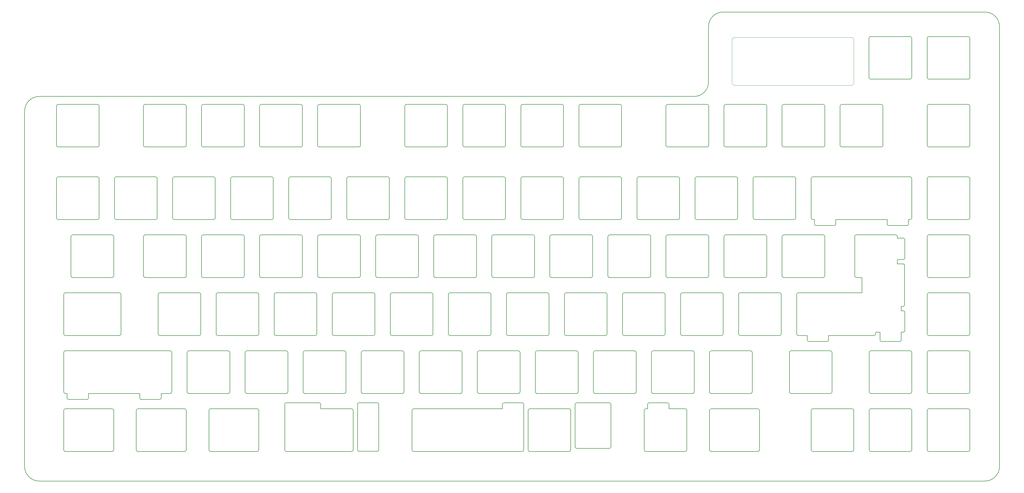
<source format=gm1>
G04 #@! TF.GenerationSoftware,KiCad,Pcbnew,7.0.2-0*
G04 #@! TF.CreationDate,2023-09-13T20:41:23+02:00*
G04 #@! TF.ProjectId,storre_plate,73746f72-7265-45f7-906c-6174652e6b69,rev?*
G04 #@! TF.SameCoordinates,Original*
G04 #@! TF.FileFunction,Profile,NP*
%FSLAX46Y46*%
G04 Gerber Fmt 4.6, Leading zero omitted, Abs format (unit mm)*
G04 Created by KiCad (PCBNEW 7.0.2-0) date 2023-09-13 20:41:23*
%MOMM*%
%LPD*%
G01*
G04 APERTURE LIST*
G04 #@! TA.AperFunction,Profile*
%ADD10C,0.200000*%
G04 #@! TD*
G04 #@! TA.AperFunction,Profile*
%ADD11C,0.050000*%
G04 #@! TD*
G04 #@! TA.AperFunction,Profile*
%ADD12C,0.150000*%
G04 #@! TD*
G04 APERTURE END LIST*
D10*
X297926400Y-85981100D02*
G75*
G03*
X298426400Y-85481100I0J500000D01*
G01*
X198701400Y-104531100D02*
G75*
G03*
X199201400Y-105031100I500100J100D01*
G01*
X270638900Y-148181100D02*
G75*
G03*
X270138900Y-148681100I0J-500000D01*
G01*
X236513900Y-110581100D02*
X236513900Y-123581100D01*
X279663900Y-123581100D02*
G75*
G03*
X280163900Y-124081100I500100J100D01*
G01*
X316976400Y-162181100D02*
G75*
G03*
X317476400Y-161681100I0J500000D01*
G01*
X296832650Y-129131100D02*
X309832650Y-129131100D01*
X341576400Y-123581100D02*
G75*
G03*
X342076400Y-124081100I500100J100D01*
G01*
X174101400Y-105031100D02*
G75*
G03*
X174601400Y-104531100I0J500000D01*
G01*
X255063900Y-124081100D02*
G75*
G03*
X255563900Y-123581100I0J500000D01*
G01*
X170626400Y-48168600D02*
X183626400Y-48168600D01*
X298718000Y-123570800D02*
G75*
G03*
X299217950Y-124070800I500000J0D01*
G01*
X333649200Y-114545800D02*
G75*
G03*
X334149200Y-114045800I0J500000D01*
G01*
X259826400Y-85981100D02*
G75*
G03*
X260326400Y-85481100I0J500000D01*
G01*
X161108150Y-146181100D02*
X155108150Y-146181100D01*
X218251400Y-105031100D02*
X231251400Y-105031100D01*
X123001400Y-91031100D02*
X136001400Y-91031100D01*
D11*
X316740200Y-26172500D02*
X278490200Y-26172500D01*
D10*
X328939400Y-87981100D02*
X334939400Y-87981100D01*
X122501400Y-61668600D02*
G75*
G03*
X123001400Y-62168600I500000J0D01*
G01*
X296332700Y-142631100D02*
G75*
G03*
X296832650Y-143131100I500100J100D01*
G01*
X184413900Y-123581100D02*
G75*
G03*
X184913900Y-124081100I500100J100D01*
G01*
X193151400Y-105031100D02*
G75*
G03*
X193651400Y-104531100I0J500000D01*
G01*
X334244900Y-92607800D02*
G75*
G03*
X333744836Y-92107800I-500100J-100D01*
G01*
X69326400Y-85981100D02*
G75*
G03*
X69826400Y-85481100I0J500000D01*
G01*
X326501400Y-62168600D02*
G75*
G03*
X327001400Y-61668600I0J500000D01*
G01*
X140763900Y-124081100D02*
G75*
G03*
X141263900Y-123581100I0J500000D01*
G01*
X309186200Y-124070800D02*
X309186200Y-125570800D01*
X136501400Y-48668600D02*
G75*
G03*
X136001400Y-48168600I-500000J0D01*
G01*
X56326400Y-71981100D02*
G75*
G03*
X55826400Y-72481100I0J-500000D01*
G01*
X355076400Y-162181100D02*
G75*
G03*
X355576400Y-161681100I0J500000D01*
G01*
X113476400Y-71981100D02*
G75*
G03*
X112976400Y-72481100I0J-500000D01*
G01*
X226988900Y-129631100D02*
X226988900Y-142631100D01*
X151576400Y-85981100D02*
X164576400Y-85981100D01*
X275401400Y-48168600D02*
X288401400Y-48168600D01*
X141551400Y-61668600D02*
G75*
G03*
X142051400Y-62168600I500000J0D01*
G01*
X112688900Y-129631100D02*
G75*
G03*
X112188900Y-129131100I-500000J0D01*
G01*
X303476400Y-161681100D02*
G75*
G03*
X303976400Y-162181100I500100J100D01*
G01*
X56326400Y-48168600D02*
X69326400Y-48168600D01*
X342076400Y-110081100D02*
X355076400Y-110081100D01*
X117451400Y-48668600D02*
X117451400Y-61668600D01*
X303476400Y-85481100D02*
G75*
G03*
X303976400Y-85981100I500100J100D01*
G01*
X211107650Y-148181050D02*
G75*
G03*
X210607650Y-148681100I50J-500050D01*
G01*
X309832650Y-143131150D02*
G75*
G03*
X310332650Y-142631100I-50J500050D01*
G01*
X303976400Y-162181100D02*
X316976400Y-162181100D01*
X60588900Y-104531100D02*
G75*
G03*
X61088900Y-105031100I500000J0D01*
G01*
X304563400Y-85981100D02*
X304563400Y-87481100D01*
X231751400Y-91531100D02*
G75*
G03*
X231251400Y-91031100I-500100J-100D01*
G01*
X294451400Y-48168600D02*
G75*
G03*
X293951400Y-48668600I0J-500000D01*
G01*
D12*
X50139400Y-45567400D02*
X265014400Y-45567400D01*
D10*
X89163900Y-123581100D02*
G75*
G03*
X89663900Y-124081100I500000J0D01*
G01*
X82520150Y-148181100D02*
X97901400Y-148181100D01*
X336462800Y-26397500D02*
X336462800Y-39397500D01*
X151576400Y-71981100D02*
X164576400Y-71981100D01*
X55826400Y-85481100D02*
G75*
G03*
X56326400Y-85981100I500000J0D01*
G01*
X274613900Y-110581100D02*
G75*
G03*
X274113900Y-110081100I-500100J-100D01*
G01*
X58203600Y-110581100D02*
X58203600Y-123581100D01*
X241276400Y-72481100D02*
G75*
G03*
X240776400Y-71981100I-500100J-100D01*
G01*
X194438900Y-143131100D02*
X207438900Y-143131100D01*
X184413900Y-110581100D02*
X184413900Y-123581100D01*
X207938900Y-129631100D02*
X207938900Y-142631100D01*
X250301400Y-105031100D02*
G75*
G03*
X250801400Y-104531100I0J500000D01*
G01*
X274901400Y-91531100D02*
X274901400Y-104531100D01*
X217751400Y-104531100D02*
G75*
G03*
X218251400Y-105031100I500100J100D01*
G01*
X173007650Y-162181100D02*
X208669650Y-162181100D01*
X127263900Y-110581100D02*
X127263900Y-123581100D01*
X165863900Y-110081100D02*
X178863900Y-110081100D01*
X89163900Y-110581100D02*
X89163900Y-123581100D01*
X212201400Y-105031100D02*
G75*
G03*
X212701400Y-104531100I0J500000D01*
G01*
X275401400Y-91031100D02*
X288401400Y-91031100D01*
X255563900Y-110581100D02*
G75*
G03*
X255063900Y-110081100I-500100J-100D01*
G01*
X324124200Y-124070800D02*
G75*
G03*
X324624200Y-123570800I0J500000D01*
G01*
X98401400Y-148681100D02*
X98401400Y-161681100D01*
X294451400Y-62168600D02*
X307451400Y-62168600D01*
X310332650Y-129631100D02*
X310332650Y-142631100D01*
X237270150Y-161181100D02*
X226545650Y-161181100D01*
X250801400Y-91531100D02*
G75*
G03*
X250301400Y-91031100I-500100J-100D01*
G01*
X250801400Y-91531100D02*
X250801400Y-104531100D01*
X227276400Y-85481100D02*
G75*
G03*
X227776400Y-85981100I500100J100D01*
G01*
X97901400Y-105031100D02*
G75*
G03*
X98401400Y-104531100I0J500000D01*
G01*
X58703600Y-110081100D02*
X76470150Y-110081100D01*
X342076400Y-162181100D02*
X355076400Y-162181100D01*
X288901400Y-48668600D02*
G75*
G03*
X288401400Y-48168600I-500100J-100D01*
G01*
X69826400Y-72481100D02*
X69826400Y-85481100D01*
D11*
X277490200Y-40922500D02*
G75*
G03*
X278490200Y-41922500I1000000J0D01*
G01*
D10*
X150288900Y-143131100D02*
G75*
G03*
X150788900Y-142631100I0J500000D01*
G01*
X256351400Y-91031100D02*
G75*
G03*
X255851400Y-91531100I0J-500000D01*
G01*
X322526400Y-161681100D02*
G75*
G03*
X323026400Y-162181100I500100J100D01*
G01*
X336526400Y-148681100D02*
X336526400Y-161681100D01*
X173007650Y-148181100D02*
X202169650Y-148181100D01*
X130732100Y-161681100D02*
G75*
G03*
X131232150Y-162181100I500100J100D01*
G01*
X146313900Y-123581100D02*
G75*
G03*
X146813900Y-124081100I500000J0D01*
G01*
X152670150Y-162181050D02*
G75*
G03*
X153170150Y-161681100I50J499950D01*
G01*
X303476400Y-148681100D02*
X303476400Y-161681100D01*
X84401400Y-48668600D02*
X84401400Y-61668600D01*
X355576400Y-91531100D02*
G75*
G03*
X355076400Y-91031100I-500100J-100D01*
G01*
X307951400Y-48668600D02*
X307951400Y-61668600D01*
X99188900Y-143131100D02*
X112188900Y-143131100D01*
X93926400Y-72481100D02*
X93926400Y-85481100D01*
X58203600Y-123581100D02*
G75*
G03*
X58703600Y-124081100I500000J0D01*
G01*
X180151400Y-105031100D02*
X193151400Y-105031100D01*
X336026400Y-143131100D02*
G75*
G03*
X336526400Y-142631100I0J500000D01*
G01*
X255563900Y-110581100D02*
X255563900Y-123581100D01*
X322526400Y-148681100D02*
X322526400Y-161681100D01*
X318267950Y-105020800D02*
X320149200Y-105020800D01*
X307951400Y-91531100D02*
G75*
G03*
X307451400Y-91031100I-500100J-100D01*
G01*
X333062200Y-122983800D02*
X333062200Y-125570800D01*
X89663900Y-110081100D02*
X102663900Y-110081100D01*
X279376400Y-72481100D02*
X279376400Y-85481100D01*
X293951400Y-61668600D02*
G75*
G03*
X294451400Y-62168600I500100J100D01*
G01*
X286520150Y-148681100D02*
X286520150Y-161681100D01*
X242063900Y-110081100D02*
G75*
G03*
X241563900Y-110581100I0J-500000D01*
G01*
X172507650Y-148681100D02*
X172507650Y-161681100D01*
X146813900Y-110081100D02*
G75*
G03*
X146313900Y-110581100I0J-500000D01*
G01*
X237270150Y-161181150D02*
G75*
G03*
X237770150Y-160681100I-50J500050D01*
G01*
X270138900Y-129631100D02*
X270138900Y-142631100D01*
X341576400Y-48668600D02*
X341576400Y-61668600D01*
X150788900Y-129631100D02*
X150788900Y-142631100D01*
X56326400Y-48168600D02*
G75*
G03*
X55826400Y-48668600I0J-500000D01*
G01*
X255851400Y-48668600D02*
X255851400Y-61668600D01*
X203176400Y-48668600D02*
G75*
G03*
X202676400Y-48168600I-500100J-100D01*
G01*
D12*
X269789400Y-40792400D02*
X269789400Y-22595500D01*
D10*
X55826400Y-61668600D02*
G75*
G03*
X56326400Y-62168600I500000J0D01*
G01*
X58207700Y-161681100D02*
G75*
G03*
X58707650Y-162181100I500000J0D01*
G01*
X336526400Y-148681100D02*
G75*
G03*
X336026400Y-148181100I-500100J-100D01*
G01*
X99188900Y-129131100D02*
G75*
G03*
X98688900Y-129631100I0J-500000D01*
G01*
X211107650Y-162181100D02*
X224107650Y-162181100D01*
X303976400Y-148181100D02*
G75*
G03*
X303476400Y-148681100I0J-500000D01*
G01*
X223013900Y-124081100D02*
X236013900Y-124081100D01*
X342076400Y-71981100D02*
G75*
G03*
X341576400Y-72481100I0J-500000D01*
G01*
X208726400Y-62168600D02*
X221726400Y-62168600D01*
X323026400Y-148181100D02*
G75*
G03*
X322526400Y-148681100I0J-500000D01*
G01*
X212701400Y-91531100D02*
G75*
G03*
X212201400Y-91031100I-500100J-100D01*
G01*
X218251400Y-91031100D02*
X231251400Y-91031100D01*
X132026400Y-72481100D02*
X132026400Y-85481100D01*
X203176400Y-72481100D02*
G75*
G03*
X202676400Y-71981100I-500100J-100D01*
G01*
X89670650Y-145131050D02*
G75*
G03*
X90170650Y-144631100I50J499950D01*
G01*
X256351400Y-91031100D02*
X269351400Y-91031100D01*
X88876400Y-72481100D02*
G75*
G03*
X88376400Y-71981100I-500000J0D01*
G01*
X232538900Y-129131100D02*
G75*
G03*
X232038900Y-129631100I0J-500000D01*
G01*
X270638900Y-148181100D02*
X286020150Y-148181100D01*
X336526400Y-129631100D02*
G75*
G03*
X336026400Y-129131100I-500100J-100D01*
G01*
X217463900Y-110581100D02*
X217463900Y-123581100D01*
X136001400Y-62168600D02*
G75*
G03*
X136501400Y-61668600I0J500000D01*
G01*
X231751400Y-91531100D02*
X231751400Y-104531100D01*
X212988900Y-142631100D02*
G75*
G03*
X213488900Y-143131100I500100J100D01*
G01*
X184913900Y-110081100D02*
G75*
G03*
X184413900Y-110581100I0J-500000D01*
G01*
X265376400Y-85481100D02*
G75*
G03*
X265876400Y-85981100I500100J100D01*
G01*
X165076400Y-72481100D02*
G75*
G03*
X164576400Y-71981100I-500000J0D01*
G01*
X82520150Y-162181100D02*
X97901400Y-162181100D01*
X183626400Y-62168600D02*
G75*
G03*
X184126400Y-61668600I0J500000D01*
G01*
X336026400Y-85981100D02*
G75*
G03*
X336526400Y-85481100I0J500000D01*
G01*
X169838900Y-129631100D02*
X169838900Y-142631100D01*
X294451400Y-91031100D02*
G75*
G03*
X293951400Y-91531100I0J-500000D01*
G01*
X334250800Y-116483800D02*
X334250800Y-122483800D01*
X156338900Y-129131100D02*
X169338900Y-129131100D01*
X226488900Y-143131100D02*
G75*
G03*
X226988900Y-142631100I0J500000D01*
G01*
X255851400Y-104531100D02*
G75*
G03*
X256351400Y-105031100I500100J100D01*
G01*
X197913900Y-124081100D02*
G75*
G03*
X198413900Y-123581100I0J500000D01*
G01*
X274113900Y-124081100D02*
G75*
G03*
X274613900Y-123581100I0J500000D01*
G01*
X298426400Y-72481100D02*
G75*
G03*
X297926400Y-71981100I-500100J-100D01*
G01*
X58707650Y-162181100D02*
X74088900Y-162181100D01*
X170626400Y-62168600D02*
X183626400Y-62168600D01*
X117451400Y-48668600D02*
G75*
G03*
X116951400Y-48168600I-500000J0D01*
G01*
X222513900Y-110581100D02*
X222513900Y-123581100D01*
X189176400Y-85481100D02*
G75*
G03*
X189676400Y-85981100I500100J100D01*
G01*
X303976400Y-85981100D02*
X304563400Y-85981100D01*
X179651400Y-104531100D02*
G75*
G03*
X180151400Y-105031100I500000J0D01*
G01*
X211107650Y-148181100D02*
X224107650Y-148181100D01*
X336526400Y-72481100D02*
X336526400Y-85481100D01*
X237770150Y-160681100D02*
X237770150Y-146681100D01*
X69826400Y-48668600D02*
X69826400Y-61668600D01*
X84901400Y-91031100D02*
G75*
G03*
X84401400Y-91531100I0J-500000D01*
G01*
X208726400Y-48168600D02*
G75*
G03*
X208226400Y-48668600I0J-500000D01*
G01*
X137288900Y-129131100D02*
X150288900Y-129131100D01*
X142026400Y-146181100D02*
X131232150Y-146181100D01*
X122213900Y-110581100D02*
G75*
G03*
X121713900Y-110081100I-500000J0D01*
G01*
X156338900Y-143131100D02*
X169338900Y-143131100D01*
X342076400Y-148181100D02*
X355076400Y-148181100D01*
X299217950Y-110070750D02*
G75*
G03*
X298717950Y-110570800I50J-500050D01*
G01*
X342076400Y-105031100D02*
X355076400Y-105031100D01*
X313501400Y-62168600D02*
X326501400Y-62168600D01*
X123001400Y-105031100D02*
X136001400Y-105031100D01*
X284138900Y-129631100D02*
G75*
G03*
X283638900Y-129131100I-500100J-100D01*
G01*
X341576400Y-26397500D02*
X341576400Y-39397500D01*
X280163900Y-124081100D02*
X293163900Y-124081100D01*
X278876400Y-85981100D02*
G75*
G03*
X279376400Y-85481100I0J500000D01*
G01*
X303476400Y-72481100D02*
X303476400Y-85481100D01*
X155838900Y-129631100D02*
X155838900Y-142631100D01*
X260613900Y-110581100D02*
X260613900Y-123581100D01*
X333750800Y-122983800D02*
G75*
G03*
X334250800Y-122483800I0J500000D01*
G01*
X112976400Y-72481100D02*
X112976400Y-85481100D01*
X193651400Y-91531100D02*
X193651400Y-104531100D01*
X275401400Y-62168600D02*
X288401400Y-62168600D01*
X280163900Y-110081100D02*
X293163900Y-110081100D01*
X141263900Y-110581100D02*
G75*
G03*
X140763900Y-110081100I-500000J0D01*
G01*
X179363900Y-110581100D02*
G75*
G03*
X178863900Y-110081100I-500000J0D01*
G01*
X207438900Y-143131100D02*
G75*
G03*
X207938900Y-142631100I0J500000D01*
G01*
X342076400Y-48168600D02*
G75*
G03*
X341576400Y-48668600I0J-500000D01*
G01*
X56326400Y-85981100D02*
X69326400Y-85981100D01*
X262707600Y-148681100D02*
G75*
G03*
X262207650Y-148181100I-500100J-100D01*
G01*
X193938900Y-129631100D02*
X193938900Y-142631100D01*
X274901400Y-48668600D02*
X274901400Y-61668600D01*
X355576400Y-48668600D02*
X355576400Y-61668600D01*
X112976400Y-85481100D02*
G75*
G03*
X113476400Y-85981100I500000J0D01*
G01*
X198701400Y-91531100D02*
X198701400Y-104531100D01*
X107426400Y-85981100D02*
G75*
G03*
X107926400Y-85481100I0J500000D01*
G01*
X118238900Y-129131100D02*
G75*
G03*
X117738900Y-129631100I0J-500000D01*
G01*
X155551400Y-91531100D02*
G75*
G03*
X155051400Y-91031100I-500000J0D01*
G01*
X274613900Y-110581100D02*
X274613900Y-123581100D01*
X326062200Y-122983800D02*
X324624200Y-122983800D01*
X269851400Y-48668600D02*
X269851400Y-61668600D01*
X184126400Y-48668600D02*
X184126400Y-61668600D01*
X342076400Y-48168600D02*
X355076400Y-48168600D01*
X212988900Y-129631100D02*
X212988900Y-142631100D01*
X136501400Y-91531100D02*
X136501400Y-104531100D01*
X160601400Y-91531100D02*
X160601400Y-104531100D01*
D12*
X360514400Y-17820500D02*
X274564400Y-17820500D01*
D10*
X184126400Y-72481100D02*
X184126400Y-85481100D01*
X342076400Y-91031100D02*
X355076400Y-91031100D01*
X355576400Y-148681100D02*
G75*
G03*
X355076400Y-148181100I-500100J-100D01*
G01*
X98401400Y-48668600D02*
X98401400Y-61668600D01*
X69326400Y-62168600D02*
G75*
G03*
X69826400Y-61668600I0J500000D01*
G01*
X161101400Y-91031100D02*
G75*
G03*
X160601400Y-91531100I0J-500000D01*
G01*
X246326400Y-72481100D02*
X246326400Y-85481100D01*
X103951400Y-91031100D02*
X116951400Y-91031100D01*
X75376400Y-71981100D02*
X88376400Y-71981100D01*
X355076400Y-39897500D02*
G75*
G03*
X355576400Y-39397500I0J500000D01*
G01*
X89663900Y-124081100D02*
X102663900Y-124081100D01*
X61088900Y-91031100D02*
G75*
G03*
X60588900Y-91531100I0J-500000D01*
G01*
X221726400Y-85981100D02*
G75*
G03*
X222226400Y-85481100I0J500000D01*
G01*
X341576400Y-72481100D02*
X341576400Y-85481100D01*
X84401400Y-61668600D02*
G75*
G03*
X84901400Y-62168600I500000J0D01*
G01*
X161108150Y-162153450D02*
G75*
G03*
X161608150Y-161653400I-50J500050D01*
G01*
X154608200Y-161653400D02*
G75*
G03*
X155108150Y-162153400I500000J0D01*
G01*
X179651400Y-91531100D02*
X179651400Y-104531100D01*
X189176400Y-72481100D02*
X189176400Y-85481100D01*
X227776400Y-71981100D02*
X240776400Y-71981100D01*
X302686200Y-126070800D02*
X308686200Y-126070800D01*
X236513900Y-110581100D02*
G75*
G03*
X236013900Y-110081100I-500100J-100D01*
G01*
X355076400Y-105031100D02*
G75*
G03*
X355576400Y-104531100I0J500000D01*
G01*
X305063400Y-87981100D02*
X311063400Y-87981100D01*
X131238900Y-143131100D02*
G75*
G03*
X131738900Y-142631100I0J500000D01*
G01*
X335439400Y-85981100D02*
X336026400Y-85981100D01*
X65794650Y-145131050D02*
G75*
G03*
X66294650Y-144631100I50J499950D01*
G01*
X132526400Y-71981100D02*
X145526400Y-71981100D01*
D12*
X360514400Y-171907000D02*
X50139400Y-171907000D01*
D10*
X136788900Y-142631100D02*
G75*
G03*
X137288900Y-143131100I500000J0D01*
G01*
X102663900Y-124081100D02*
G75*
G03*
X103163900Y-123581100I0J500000D01*
G01*
X154608150Y-161653400D02*
X154608150Y-146681100D01*
X105832650Y-148681100D02*
X105832650Y-161681100D01*
X212701400Y-91531100D02*
X212701400Y-104531100D01*
X142051400Y-48168600D02*
X155051400Y-48168600D01*
X202169650Y-148181100D02*
X202169650Y-146681100D01*
X69826400Y-48668600D02*
G75*
G03*
X69326400Y-48168600I-500000J0D01*
G01*
X169338900Y-143131100D02*
G75*
G03*
X169838900Y-142631100I0J500000D01*
G01*
X318267950Y-91020750D02*
G75*
G03*
X317767950Y-91520800I50J-500050D01*
G01*
D12*
X45364400Y-167132000D02*
G75*
G03*
X50139400Y-171907000I4775000J0D01*
G01*
D10*
X241276400Y-72481100D02*
X241276400Y-85481100D01*
X342076400Y-129131100D02*
X355076400Y-129131100D01*
X146813900Y-110081100D02*
X159813900Y-110081100D01*
X132526400Y-71981100D02*
G75*
G03*
X132026400Y-72481100I0J-500000D01*
G01*
X284426400Y-72481100D02*
X284426400Y-85481100D01*
X293663900Y-110581100D02*
X293663900Y-123581100D01*
X265876400Y-71981100D02*
X278876400Y-71981100D01*
X355576400Y-72481100D02*
G75*
G03*
X355076400Y-71981100I-500100J-100D01*
G01*
X175388900Y-143131100D02*
X188388900Y-143131100D01*
X131738900Y-129631100D02*
X131738900Y-142631100D01*
X155051400Y-62168600D02*
G75*
G03*
X155551400Y-61668600I0J500000D01*
G01*
X142051400Y-62168600D02*
X155051400Y-62168600D01*
X146026400Y-72481100D02*
G75*
G03*
X145526400Y-71981100I-500000J0D01*
G01*
X188888900Y-129631100D02*
G75*
G03*
X188388900Y-129131100I-500100J-100D01*
G01*
X213488900Y-129131100D02*
G75*
G03*
X212988900Y-129631100I0J-500000D01*
G01*
X103451400Y-91531100D02*
X103451400Y-104531100D01*
X126976400Y-72481100D02*
G75*
G03*
X126476400Y-71981100I-500000J0D01*
G01*
X341576400Y-161681100D02*
G75*
G03*
X342076400Y-162181100I500100J100D01*
G01*
X331767950Y-91520800D02*
X331767950Y-92107800D01*
X58707650Y-129131050D02*
G75*
G03*
X58207650Y-129631100I50J-500050D01*
G01*
X236801400Y-104531100D02*
G75*
G03*
X237301400Y-105031100I500100J100D01*
G01*
X284138900Y-129631100D02*
X284138900Y-142631100D01*
D12*
X265014400Y-45567400D02*
G75*
G03*
X269789400Y-40792400I0J4775000D01*
G01*
D10*
X288901400Y-91531100D02*
G75*
G03*
X288401400Y-91031100I-500100J-100D01*
G01*
X198413900Y-110581100D02*
X198413900Y-123581100D01*
X170126400Y-85481100D02*
G75*
G03*
X170626400Y-85981100I500000J0D01*
G01*
X296832650Y-143131100D02*
X309832650Y-143131100D01*
X112688900Y-129631100D02*
X112688900Y-142631100D01*
X98688900Y-129631100D02*
X98688900Y-142631100D01*
X56326400Y-71981100D02*
X69326400Y-71981100D01*
X218251400Y-91031100D02*
G75*
G03*
X217751400Y-91531100I0J-500000D01*
G01*
X76470150Y-124081050D02*
G75*
G03*
X76970150Y-123581100I50J499950D01*
G01*
X184913900Y-110081100D02*
X197913900Y-110081100D01*
X332562200Y-126070800D02*
G75*
G03*
X333062200Y-125570800I0J500000D01*
G01*
X84401400Y-104531100D02*
G75*
G03*
X84901400Y-105031100I500000J0D01*
G01*
X199201400Y-105031100D02*
X212201400Y-105031100D01*
X161101400Y-105031100D02*
X174101400Y-105031100D01*
X88876400Y-72481100D02*
X88876400Y-85481100D01*
X174888900Y-142631100D02*
G75*
G03*
X175388900Y-143131100I500000J0D01*
G01*
X342076400Y-143131100D02*
X355076400Y-143131100D01*
X76970200Y-110581100D02*
G75*
G03*
X76470150Y-110081100I-500100J-100D01*
G01*
X55826400Y-48668600D02*
X55826400Y-61668600D01*
X142526400Y-146681100D02*
G75*
G03*
X142026400Y-146181100I-500000J0D01*
G01*
X127763900Y-110081100D02*
G75*
G03*
X127263900Y-110581100I0J-500000D01*
G01*
X322526400Y-129631100D02*
X322526400Y-142631100D01*
X323026400Y-143131100D02*
X336026400Y-143131100D01*
X341576400Y-61668600D02*
G75*
G03*
X342076400Y-62168600I500100J100D01*
G01*
X355576400Y-48668600D02*
G75*
G03*
X355076400Y-48168600I-500100J-100D01*
G01*
X265088900Y-129631100D02*
X265088900Y-142631100D01*
D11*
X317490200Y-26922500D02*
G75*
G03*
X316740200Y-26172500I-750000J0D01*
G01*
D10*
X232038900Y-142631100D02*
G75*
G03*
X232538900Y-143131100I500100J100D01*
G01*
X293163900Y-124081100D02*
G75*
G03*
X293663900Y-123581100I0J500000D01*
G01*
X188888900Y-129631100D02*
X188888900Y-142631100D01*
X84901400Y-48168600D02*
G75*
G03*
X84401400Y-48668600I0J-500000D01*
G01*
X74588900Y-148681100D02*
X74588900Y-161681100D01*
X203463900Y-123581100D02*
G75*
G03*
X203963900Y-124081100I500100J100D01*
G01*
X160313900Y-110581100D02*
G75*
G03*
X159813900Y-110081100I-500000J0D01*
G01*
X310332600Y-129631100D02*
G75*
G03*
X309832650Y-129131100I-500100J-100D01*
G01*
X307951400Y-91531100D02*
X307951400Y-104531100D01*
X327001400Y-48668600D02*
X327001400Y-61668600D01*
X108713900Y-110081100D02*
X121713900Y-110081100D01*
X84401400Y-91531100D02*
X84401400Y-104531100D01*
X184913900Y-124081100D02*
X197913900Y-124081100D01*
X307451400Y-105031100D02*
G75*
G03*
X307951400Y-104531100I0J500000D01*
G01*
X313001400Y-48668600D02*
X313001400Y-61668600D01*
X75376400Y-85981100D02*
X88376400Y-85981100D01*
X302186200Y-125570800D02*
G75*
G03*
X302686200Y-126070800I500200J200D01*
G01*
X355076400Y-85981100D02*
G75*
G03*
X355576400Y-85481100I0J500000D01*
G01*
X59794650Y-145131100D02*
X65794650Y-145131100D01*
X246038900Y-129631100D02*
X246038900Y-142631100D01*
X355576400Y-129631100D02*
X355576400Y-142631100D01*
X355576400Y-110581100D02*
G75*
G03*
X355076400Y-110081100I-500100J-100D01*
G01*
X172507600Y-161681100D02*
G75*
G03*
X173007650Y-162181100I500100J100D01*
G01*
X240776400Y-62168600D02*
G75*
G03*
X241276400Y-61668600I0J500000D01*
G01*
X103951400Y-91031100D02*
G75*
G03*
X103451400Y-91531100I0J-500000D01*
G01*
X174888900Y-129631100D02*
X174888900Y-142631100D01*
X342076400Y-62168600D02*
X355076400Y-62168600D01*
X269351400Y-62168600D02*
G75*
G03*
X269851400Y-61668600I0J500000D01*
G01*
X146813900Y-124081100D02*
X159813900Y-124081100D01*
X264588900Y-143131100D02*
G75*
G03*
X265088900Y-142631100I0J500000D01*
G01*
X255851400Y-61668600D02*
G75*
G03*
X256351400Y-62168600I500100J100D01*
G01*
X334250800Y-116483800D02*
G75*
G03*
X333750800Y-115983800I-500200J-200D01*
G01*
X303976400Y-148181100D02*
X316976400Y-148181100D01*
X156338900Y-129131100D02*
G75*
G03*
X155838900Y-129631100I0J-500000D01*
G01*
X279663900Y-110581100D02*
X279663900Y-123581100D01*
X274901400Y-104531100D02*
G75*
G03*
X275401400Y-105031100I500100J100D01*
G01*
X283638900Y-143131100D02*
G75*
G03*
X284138900Y-142631100I0J500000D01*
G01*
X275401400Y-48168600D02*
G75*
G03*
X274901400Y-48668600I0J-500000D01*
G01*
X317768000Y-104520800D02*
G75*
G03*
X318267950Y-105020800I500000J0D01*
G01*
X199201400Y-91031100D02*
G75*
G03*
X198701400Y-91531100I0J-500000D01*
G01*
D12*
X360514400Y-171907000D02*
G75*
G03*
X365289400Y-167132000I0J4775000D01*
G01*
X365289400Y-167132000D02*
X365289400Y-22595500D01*
D10*
X184126400Y-48668600D02*
G75*
G03*
X183626400Y-48168600I-500100J-100D01*
G01*
X161101400Y-91031100D02*
X174101400Y-91031100D01*
X227276400Y-61668600D02*
G75*
G03*
X227776400Y-62168600I500100J100D01*
G01*
X317476400Y-148681100D02*
G75*
G03*
X316976400Y-148181100I-500100J-100D01*
G01*
X123001400Y-91031100D02*
G75*
G03*
X122501400Y-91531100I0J-500000D01*
G01*
X227776400Y-48168600D02*
G75*
G03*
X227276400Y-48668600I0J-500000D01*
G01*
X240776400Y-85981100D02*
G75*
G03*
X241276400Y-85481100I0J500000D01*
G01*
X58707650Y-148181050D02*
G75*
G03*
X58207650Y-148681100I50J-500050D01*
G01*
X296332650Y-129631100D02*
X296332650Y-142631100D01*
X179363900Y-110581100D02*
X179363900Y-123581100D01*
X203963900Y-110081100D02*
G75*
G03*
X203463900Y-110581100I0J-500000D01*
G01*
X150788900Y-129631100D02*
G75*
G03*
X150288900Y-129131100I-500000J0D01*
G01*
X265376400Y-72481100D02*
X265376400Y-85481100D01*
X55826400Y-72481100D02*
X55826400Y-85481100D01*
X146026400Y-72481100D02*
X146026400Y-85481100D01*
X322462800Y-39397500D02*
G75*
G03*
X322962800Y-39897500I500100J100D01*
G01*
X221726400Y-62168600D02*
G75*
G03*
X222226400Y-61668600I0J500000D01*
G01*
X323026400Y-129131100D02*
G75*
G03*
X322526400Y-129631100I0J-500000D01*
G01*
X333750800Y-115983800D02*
X333062200Y-115983800D01*
X165363900Y-110581100D02*
X165363900Y-123581100D01*
X174601400Y-91531100D02*
G75*
G03*
X174101400Y-91031100I-500000J0D01*
G01*
X170126400Y-48668600D02*
X170126400Y-61668600D01*
X231251400Y-105031100D02*
G75*
G03*
X231751400Y-104531100I0J500000D01*
G01*
X269851400Y-48668600D02*
G75*
G03*
X269351400Y-48168600I-500100J-100D01*
G01*
X251088900Y-129631100D02*
X251088900Y-142631100D01*
X275401400Y-105031100D02*
X288401400Y-105031100D01*
X298717950Y-110570800D02*
X298717950Y-123570800D01*
X107926400Y-72481100D02*
G75*
G03*
X107426400Y-71981100I-500000J0D01*
G01*
X106332650Y-148181100D02*
X121713900Y-148181100D01*
X141551400Y-48668600D02*
X141551400Y-61668600D01*
X222226400Y-48668600D02*
G75*
G03*
X221726400Y-48168600I-500100J-100D01*
G01*
X333744836Y-99107836D02*
G75*
G03*
X334244836Y-98607800I64J499936D01*
G01*
X136788900Y-129631100D02*
X136788900Y-142631100D01*
X261113900Y-110081100D02*
G75*
G03*
X260613900Y-110581100I0J-500000D01*
G01*
X294451400Y-91031100D02*
X307451400Y-91031100D01*
X198413900Y-110581100D02*
G75*
G03*
X197913900Y-110081100I-500100J-100D01*
G01*
X58707650Y-143131100D02*
X59294650Y-143131100D01*
X341576400Y-85481100D02*
G75*
G03*
X342076400Y-85981100I500100J100D01*
G01*
X265876400Y-85981100D02*
X278876400Y-85981100D01*
X66294650Y-143131100D02*
X66294650Y-144631100D01*
X170126400Y-72481100D02*
X170126400Y-85481100D01*
X246038900Y-129631100D02*
G75*
G03*
X245538900Y-129131100I-500100J-100D01*
G01*
X141551400Y-91531100D02*
X141551400Y-104531100D01*
X103951400Y-48168600D02*
X116951400Y-48168600D01*
X203176400Y-72481100D02*
X203176400Y-85481100D01*
X122501400Y-48668600D02*
X122501400Y-61668600D01*
X183626400Y-85981100D02*
G75*
G03*
X184126400Y-85481100I0J500000D01*
G01*
X121713900Y-162181100D02*
G75*
G03*
X122213900Y-161681100I0J500000D01*
G01*
X170626400Y-85981100D02*
X183626400Y-85981100D01*
X293951400Y-104531100D02*
G75*
G03*
X294451400Y-105031100I500100J100D01*
G01*
X66294650Y-143131100D02*
X83170650Y-143131100D01*
X227776400Y-48168600D02*
X240776400Y-48168600D01*
X294451400Y-105031100D02*
X307451400Y-105031100D01*
X302186200Y-124070800D02*
X302186200Y-125570800D01*
X122501400Y-104531100D02*
G75*
G03*
X123001400Y-105031100I500000J0D01*
G01*
X222513900Y-123581100D02*
G75*
G03*
X223013900Y-124081100I500100J100D01*
G01*
X210607650Y-148681100D02*
X210607650Y-161681100D01*
X142051400Y-91031100D02*
G75*
G03*
X141551400Y-91531100I0J-500000D01*
G01*
X189176400Y-61668600D02*
G75*
G03*
X189676400Y-62168600I500100J100D01*
G01*
X342076400Y-110081100D02*
G75*
G03*
X341576400Y-110581100I0J-500000D01*
G01*
X208226400Y-61668600D02*
G75*
G03*
X208726400Y-62168600I500100J100D01*
G01*
X333750800Y-122983800D02*
X333062200Y-122983800D01*
X246326400Y-85481100D02*
G75*
G03*
X246826400Y-85981100I500100J100D01*
G01*
X251588900Y-143131100D02*
X264588900Y-143131100D01*
X270638900Y-129131100D02*
G75*
G03*
X270138900Y-129631100I0J-500000D01*
G01*
X241276400Y-48668600D02*
G75*
G03*
X240776400Y-48168600I-500100J-100D01*
G01*
X105832600Y-161681100D02*
G75*
G03*
X106332650Y-162181100I500100J100D01*
G01*
X326062200Y-122983800D02*
X326062200Y-125570800D01*
X117451400Y-91531100D02*
G75*
G03*
X116951400Y-91031100I-500000J0D01*
G01*
X203963900Y-110081100D02*
X216963900Y-110081100D01*
X269851400Y-91531100D02*
X269851400Y-104531100D01*
X250326400Y-146181100D02*
G75*
G03*
X249826400Y-146681100I0J-500000D01*
G01*
X256326400Y-146181100D02*
X250326400Y-146181100D01*
X174601400Y-91531100D02*
X174601400Y-104531100D01*
X255851400Y-91531100D02*
X255851400Y-104531100D01*
X126976400Y-72481100D02*
X126976400Y-85481100D01*
D12*
X365289400Y-22595500D02*
G75*
G03*
X360514400Y-17820500I-4775000J0D01*
G01*
D10*
X227776400Y-71981100D02*
G75*
G03*
X227276400Y-72481100I0J-500000D01*
G01*
X59294700Y-144631100D02*
G75*
G03*
X59794650Y-145131100I500000J0D01*
G01*
X288401400Y-62168600D02*
G75*
G03*
X288901400Y-61668600I0J500000D01*
G01*
X303976400Y-71981100D02*
G75*
G03*
X303476400Y-72481100I0J-500000D01*
G01*
X286020150Y-162181150D02*
G75*
G03*
X286520150Y-161681100I-50J500050D01*
G01*
X307451400Y-62168600D02*
G75*
G03*
X307951400Y-61668600I0J500000D01*
G01*
X97901400Y-62168600D02*
G75*
G03*
X98401400Y-61668600I0J500000D01*
G01*
X227776400Y-62168600D02*
X240776400Y-62168600D01*
X136001400Y-105031100D02*
G75*
G03*
X136501400Y-104531100I0J500000D01*
G01*
X160601400Y-104531100D02*
G75*
G03*
X161101400Y-105031100I500000J0D01*
G01*
X59294650Y-143131100D02*
X59294650Y-144631100D01*
X336526400Y-72481100D02*
G75*
G03*
X336026400Y-71981100I-500100J-100D01*
G01*
X322962800Y-25897500D02*
X335962800Y-25897500D01*
X188388900Y-143131100D02*
G75*
G03*
X188888900Y-142631100I0J500000D01*
G01*
X175388900Y-129131100D02*
X188388900Y-129131100D01*
X224607600Y-148681100D02*
G75*
G03*
X224107650Y-148181100I-500100J-100D01*
G01*
D11*
X278490200Y-41922500D02*
X316740200Y-41922500D01*
D10*
X103163900Y-110581100D02*
G75*
G03*
X102663900Y-110081100I-500000J0D01*
G01*
X270138900Y-142631100D02*
G75*
G03*
X270638900Y-143131100I500100J100D01*
G01*
X326062200Y-125570800D02*
G75*
G03*
X326562200Y-126070800I500200J200D01*
G01*
X184126400Y-72481100D02*
G75*
G03*
X183626400Y-71981100I-500100J-100D01*
G01*
X208726400Y-71981100D02*
X221726400Y-71981100D01*
X175388900Y-129131100D02*
G75*
G03*
X174888900Y-129631100I0J-500000D01*
G01*
X107926400Y-72481100D02*
X107926400Y-85481100D01*
X241276400Y-48668600D02*
X241276400Y-61668600D01*
X132526400Y-85981100D02*
X145526400Y-85981100D01*
X323026400Y-129131100D02*
X336026400Y-129131100D01*
X84901400Y-91031100D02*
X97901400Y-91031100D01*
X74588900Y-91531100D02*
G75*
G03*
X74088900Y-91031100I-500000J0D01*
G01*
X270638900Y-129131100D02*
X283638900Y-129131100D01*
X121713900Y-124081100D02*
G75*
G03*
X122213900Y-123581100I0J500000D01*
G01*
X334149200Y-101045800D02*
X334149200Y-114045800D01*
X226545650Y-146181050D02*
G75*
G03*
X226045650Y-146681100I50J-500050D01*
G01*
X165863900Y-110081100D02*
G75*
G03*
X165363900Y-110581100I0J-500000D01*
G01*
X203176400Y-48668600D02*
X203176400Y-61668600D01*
X227276400Y-48668600D02*
X227276400Y-61668600D01*
X58707650Y-129131100D02*
X93138900Y-129131100D01*
X256351400Y-48168600D02*
G75*
G03*
X255851400Y-48668600I0J-500000D01*
G01*
X202676400Y-85981100D02*
G75*
G03*
X203176400Y-85481100I0J500000D01*
G01*
X327001400Y-48668600D02*
G75*
G03*
X326501400Y-48168600I-500100J-100D01*
G01*
X141263900Y-110581100D02*
X141263900Y-123581100D01*
X342076400Y-91031100D02*
G75*
G03*
X341576400Y-91531100I0J-500000D01*
G01*
D11*
X278490200Y-26172500D02*
G75*
G03*
X277490200Y-27172500I0J-1000000D01*
G01*
D10*
X270638900Y-143131100D02*
X283638900Y-143131100D01*
X236013900Y-124081100D02*
G75*
G03*
X236513900Y-123581100I0J500000D01*
G01*
X98401400Y-48668600D02*
G75*
G03*
X97901400Y-48168600I-500000J0D01*
G01*
X331767900Y-91520800D02*
G75*
G03*
X331267950Y-91020800I-500000J0D01*
G01*
X58707650Y-148181100D02*
X74088900Y-148181100D01*
X89663900Y-110081100D02*
G75*
G03*
X89163900Y-110581100I0J-500000D01*
G01*
X193938900Y-142631100D02*
G75*
G03*
X194438900Y-143131100I500100J100D01*
G01*
X161608200Y-146681100D02*
G75*
G03*
X161108150Y-146181100I-500100J-100D01*
G01*
X232038900Y-129631100D02*
X232038900Y-142631100D01*
X58207650Y-148681100D02*
X58207650Y-161681100D01*
X284926400Y-71981100D02*
G75*
G03*
X284426400Y-72481100I0J-500000D01*
G01*
X335439400Y-85981100D02*
X335439400Y-87481100D01*
X155051400Y-105031100D02*
G75*
G03*
X155551400Y-104531100I0J500000D01*
G01*
X103163900Y-110581100D02*
X103163900Y-123581100D01*
X333649200Y-100545800D02*
X331767950Y-100545800D01*
X170626400Y-48168600D02*
G75*
G03*
X170126400Y-48668600I0J-500000D01*
G01*
X98401400Y-148681100D02*
G75*
G03*
X97901400Y-148181100I-500000J0D01*
G01*
X313501400Y-48168600D02*
G75*
G03*
X313001400Y-48668600I0J-500000D01*
G01*
X355576400Y-26397500D02*
X355576400Y-39397500D01*
X74088900Y-162181100D02*
G75*
G03*
X74588900Y-161681100I0J500000D01*
G01*
X90170650Y-143131100D02*
X90170650Y-144631100D01*
X159813900Y-124081100D02*
G75*
G03*
X160313900Y-123581100I0J500000D01*
G01*
X170626400Y-71981100D02*
G75*
G03*
X170126400Y-72481100I0J-500000D01*
G01*
X341576400Y-148681100D02*
X341576400Y-161681100D01*
X108713900Y-110081100D02*
G75*
G03*
X108213900Y-110581100I0J-500000D01*
G01*
X256351400Y-48168600D02*
X269351400Y-48168600D01*
X260613900Y-123581100D02*
G75*
G03*
X261113900Y-124081100I500100J100D01*
G01*
X113476400Y-85981100D02*
X126476400Y-85981100D01*
X141551400Y-104531100D02*
G75*
G03*
X142051400Y-105031100I500000J0D01*
G01*
X194438900Y-129131100D02*
X207438900Y-129131100D01*
X222226400Y-72481100D02*
X222226400Y-85481100D01*
X83670650Y-145131100D02*
X89670650Y-145131100D01*
X146313900Y-110581100D02*
X146313900Y-123581100D01*
X308686200Y-126070800D02*
G75*
G03*
X309186200Y-125570800I0J500000D01*
G01*
X189676400Y-71981100D02*
X202676400Y-71981100D01*
X123001400Y-48168600D02*
X136001400Y-48168600D01*
X237301400Y-91031100D02*
X250301400Y-91031100D01*
X311563400Y-85981100D02*
X311563400Y-87481100D01*
X93638900Y-129631100D02*
X93638900Y-142631100D01*
X208669650Y-162181150D02*
G75*
G03*
X209169650Y-161681100I-50J500050D01*
G01*
X142526400Y-148181100D02*
X142526400Y-146681100D01*
X123001400Y-62168600D02*
X136001400Y-62168600D01*
X151576400Y-71981100D02*
G75*
G03*
X151076400Y-72481100I0J-500000D01*
G01*
X261113900Y-110081100D02*
X274113900Y-110081100D01*
X127263900Y-123581100D02*
G75*
G03*
X127763900Y-124081100I500000J0D01*
G01*
X94426400Y-85981100D02*
X107426400Y-85981100D01*
X83170650Y-143131100D02*
X83170650Y-144631100D01*
X142051400Y-48168600D02*
G75*
G03*
X141551400Y-48668600I0J-500000D01*
G01*
X69826400Y-72481100D02*
G75*
G03*
X69326400Y-71981100I-500000J0D01*
G01*
X170126400Y-61668600D02*
G75*
G03*
X170626400Y-62168600I500000J0D01*
G01*
X320149200Y-105020800D02*
X320149200Y-110070800D01*
X123001400Y-48168600D02*
G75*
G03*
X122501400Y-48668600I0J-500000D01*
G01*
X83170600Y-144631100D02*
G75*
G03*
X83670650Y-145131100I500100J100D01*
G01*
X248707700Y-161681100D02*
G75*
G03*
X249207650Y-162181100I500100J100D01*
G01*
X127763900Y-124081100D02*
X140763900Y-124081100D01*
X209169650Y-161681100D02*
X209169650Y-146681100D01*
X242063900Y-110081100D02*
X255063900Y-110081100D01*
X284426400Y-85481100D02*
G75*
G03*
X284926400Y-85981100I500100J100D01*
G01*
X108713900Y-124081100D02*
X121713900Y-124081100D01*
X341576400Y-142631100D02*
G75*
G03*
X342076400Y-143131100I500100J100D01*
G01*
X256826400Y-148181100D02*
X256826400Y-146681100D01*
X226045650Y-160681100D02*
X226045650Y-146681100D01*
X98401400Y-91531100D02*
X98401400Y-104531100D01*
X90170650Y-143131100D02*
X93138900Y-143131100D01*
X256826400Y-148181100D02*
X262207650Y-148181100D01*
X98401400Y-91531100D02*
G75*
G03*
X97901400Y-91031100I-500000J0D01*
G01*
X60588900Y-91531100D02*
X60588900Y-104531100D01*
X74588900Y-91531100D02*
X74588900Y-104531100D01*
X309186200Y-124070800D02*
X324124200Y-124070800D01*
X58703600Y-124081100D02*
X76470150Y-124081100D01*
X74876400Y-72481100D02*
X74876400Y-85481100D01*
X189676400Y-48168600D02*
G75*
G03*
X189176400Y-48668600I0J-500000D01*
G01*
X210607700Y-161681100D02*
G75*
G03*
X211107650Y-162181100I500100J100D01*
G01*
X61088900Y-105031100D02*
X74088900Y-105031100D01*
X275401400Y-91031100D02*
G75*
G03*
X274901400Y-91531100I0J-500000D01*
G01*
X122213900Y-110581100D02*
X122213900Y-123581100D01*
X74088900Y-105031100D02*
G75*
G03*
X74588900Y-104531100I0J500000D01*
G01*
X216963900Y-124081100D02*
G75*
G03*
X217463900Y-123581100I0J500000D01*
G01*
X284926400Y-71981100D02*
X297926400Y-71981100D01*
X122213900Y-148681100D02*
X122213900Y-161681100D01*
X262707650Y-148681100D02*
X262707650Y-161681100D01*
X56326400Y-62168600D02*
X69326400Y-62168600D01*
X342076400Y-129131100D02*
G75*
G03*
X341576400Y-129631100I0J-500000D01*
G01*
X117738900Y-129631100D02*
X117738900Y-142631100D01*
X131738900Y-129631100D02*
G75*
G03*
X131238900Y-129131100I-500000J0D01*
G01*
X164576400Y-85981100D02*
G75*
G03*
X165076400Y-85481100I0J500000D01*
G01*
X249826400Y-148181100D02*
X249826400Y-146681100D01*
X76970150Y-110581100D02*
X76970150Y-123581100D01*
X155551400Y-91531100D02*
X155551400Y-104531100D01*
X108213900Y-123581100D02*
G75*
G03*
X108713900Y-124081100I500000J0D01*
G01*
X342076400Y-85981100D02*
X355076400Y-85981100D01*
X58703600Y-110081100D02*
G75*
G03*
X58203600Y-110581100I0J-500000D01*
G01*
X222226400Y-48668600D02*
X222226400Y-61668600D01*
X248707650Y-148681100D02*
X248707650Y-161681100D01*
X355576400Y-26397500D02*
G75*
G03*
X355076400Y-25897500I-500100J-100D01*
G01*
X261113900Y-124081100D02*
X274113900Y-124081100D01*
X131232150Y-162181100D02*
X152670150Y-162181100D01*
X103951400Y-62168600D02*
X116951400Y-62168600D01*
X180151400Y-91031100D02*
X193151400Y-91031100D01*
X269851400Y-91531100D02*
G75*
G03*
X269351400Y-91031100I-500100J-100D01*
G01*
D12*
X50139400Y-45567400D02*
G75*
G03*
X45364400Y-50342400I0J-4775000D01*
G01*
D10*
X180151400Y-91031100D02*
G75*
G03*
X179651400Y-91531100I0J-500000D01*
G01*
X335962800Y-39897500D02*
G75*
G03*
X336462800Y-39397500I0J500000D01*
G01*
D12*
X274564400Y-17820500D02*
G75*
G03*
X269789400Y-22595500I0J-4775000D01*
G01*
D10*
X98688900Y-142631100D02*
G75*
G03*
X99188900Y-143131100I500000J0D01*
G01*
X298426400Y-72481100D02*
X298426400Y-85481100D01*
X208226400Y-48668600D02*
X208226400Y-61668600D01*
X117738900Y-142631100D02*
G75*
G03*
X118238900Y-143131100I500000J0D01*
G01*
X75376400Y-71981100D02*
G75*
G03*
X74876400Y-72481100I0J-500000D01*
G01*
X322462800Y-26397500D02*
X322462800Y-39397500D01*
X151076400Y-72481100D02*
X151076400Y-85481100D01*
X242063900Y-124081100D02*
X255063900Y-124081100D01*
X304563400Y-87481100D02*
G75*
G03*
X305063400Y-87981100I500100J100D01*
G01*
X317767950Y-91520800D02*
X317767950Y-104520800D01*
X136501400Y-48668600D02*
X136501400Y-61668600D01*
X193651400Y-91531100D02*
G75*
G03*
X193151400Y-91031100I-500100J-100D01*
G01*
X237270150Y-146181100D02*
X226545650Y-146181100D01*
X117451400Y-91531100D02*
X117451400Y-104531100D01*
X227776400Y-85981100D02*
X240776400Y-85981100D01*
X355576400Y-110581100D02*
X355576400Y-123581100D01*
X336462800Y-26397500D02*
G75*
G03*
X335962800Y-25897500I-500100J-100D01*
G01*
X224107650Y-162181150D02*
G75*
G03*
X224607650Y-161681100I-50J500050D01*
G01*
X99188900Y-129131100D02*
X112188900Y-129131100D01*
X331767950Y-99107800D02*
X331767950Y-100545800D01*
D11*
X316740200Y-41922500D02*
G75*
G03*
X317490200Y-41172500I0J750000D01*
G01*
D10*
X237301400Y-105031100D02*
X250301400Y-105031100D01*
X84901400Y-48168600D02*
X97901400Y-48168600D01*
X246826400Y-71981100D02*
X259826400Y-71981100D01*
X270138900Y-148681100D02*
X270138900Y-161681100D01*
X237301400Y-91031100D02*
G75*
G03*
X236801400Y-91531100I0J-500000D01*
G01*
X142051400Y-105031100D02*
X155051400Y-105031100D01*
X251588900Y-129131100D02*
X264588900Y-129131100D01*
X260326400Y-72481100D02*
G75*
G03*
X259826400Y-71981100I-500100J-100D01*
G01*
X303976400Y-71981100D02*
X336026400Y-71981100D01*
X256826400Y-146681100D02*
G75*
G03*
X256326400Y-146181100I-500100J-100D01*
G01*
X137288900Y-143131100D02*
X150288900Y-143131100D01*
X251588900Y-129131100D02*
G75*
G03*
X251088900Y-129631100I0J-500000D01*
G01*
X118238900Y-129131100D02*
X131238900Y-129131100D01*
X246826400Y-85981100D02*
X259826400Y-85981100D01*
X116951400Y-105031100D02*
G75*
G03*
X117451400Y-104531100I0J500000D01*
G01*
X288901400Y-91531100D02*
X288901400Y-104531100D01*
X284926400Y-85981100D02*
X297926400Y-85981100D01*
D12*
X45364400Y-167132000D02*
X45364400Y-50342400D01*
D10*
X213488900Y-143131100D02*
X226488900Y-143131100D01*
X269351400Y-105031100D02*
G75*
G03*
X269851400Y-104531100I0J500000D01*
G01*
X355076400Y-62168600D02*
G75*
G03*
X355576400Y-61668600I0J500000D01*
G01*
X202669650Y-146181050D02*
G75*
G03*
X202169650Y-146681100I50J-500050D01*
G01*
X223013900Y-110081100D02*
G75*
G03*
X222513900Y-110581100I0J-500000D01*
G01*
X296832650Y-129131050D02*
G75*
G03*
X296332650Y-129631100I50J-500050D01*
G01*
X88376400Y-85981100D02*
G75*
G03*
X88876400Y-85481100I0J500000D01*
G01*
X94426400Y-71981100D02*
X107426400Y-71981100D01*
X84901400Y-62168600D02*
X97901400Y-62168600D01*
X249207650Y-162181100D02*
X262207650Y-162181100D01*
X145526400Y-85981100D02*
G75*
G03*
X146026400Y-85481100I0J500000D01*
G01*
X161108150Y-162153400D02*
X155108150Y-162153400D01*
X165076400Y-72481100D02*
X165076400Y-85481100D01*
X286520100Y-148681100D02*
G75*
G03*
X286020150Y-148181100I-500100J-100D01*
G01*
D11*
X317490200Y-41172500D02*
X317490200Y-26922500D01*
D10*
X194438900Y-129131100D02*
G75*
G03*
X193938900Y-129631100I0J-500000D01*
G01*
X153170150Y-148681100D02*
X153170150Y-161681100D01*
X341576400Y-91531100D02*
X341576400Y-104531100D01*
X355076400Y-143131100D02*
G75*
G03*
X355576400Y-142631100I0J500000D01*
G01*
X223013900Y-110081100D02*
X236013900Y-110081100D01*
X342076400Y-25897500D02*
X355076400Y-25897500D01*
X106332650Y-162181100D02*
X121713900Y-162181100D01*
X293951400Y-48668600D02*
X293951400Y-61668600D01*
X323026400Y-162181100D02*
X336026400Y-162181100D01*
X299217950Y-110070800D02*
X320149200Y-110070800D01*
X122501400Y-91531100D02*
X122501400Y-104531100D01*
X232538900Y-143131100D02*
X245538900Y-143131100D01*
X208669650Y-146181100D02*
X202669650Y-146181100D01*
X142526400Y-148181100D02*
X152670150Y-148181100D01*
X341576400Y-104531100D02*
G75*
G03*
X342076400Y-105031100I500100J100D01*
G01*
X341576400Y-129631100D02*
X341576400Y-142631100D01*
X307951400Y-48668600D02*
G75*
G03*
X307451400Y-48168600I-500100J-100D01*
G01*
X333744836Y-92107800D02*
X331767950Y-92107800D01*
X318267950Y-91020800D02*
X331267950Y-91020800D01*
X249207650Y-148181050D02*
G75*
G03*
X248707650Y-148681100I50J-500050D01*
G01*
X170626400Y-71981100D02*
X183626400Y-71981100D01*
X342076400Y-148181100D02*
G75*
G03*
X341576400Y-148681100I0J-500000D01*
G01*
X293951400Y-91531100D02*
X293951400Y-104531100D01*
X108213900Y-110581100D02*
X108213900Y-123581100D01*
X155108150Y-146181150D02*
G75*
G03*
X154608150Y-146681100I-50J-499950D01*
G01*
X189676400Y-62168600D02*
X202676400Y-62168600D01*
X249207650Y-148181100D02*
X249826400Y-148181100D01*
X217463900Y-110581100D02*
G75*
G03*
X216963900Y-110081100I-500100J-100D01*
G01*
X299217950Y-124070800D02*
X302186200Y-124070800D01*
X341576400Y-110581100D02*
X341576400Y-123581100D01*
X165363900Y-123581100D02*
G75*
G03*
X165863900Y-124081100I500000J0D01*
G01*
X97901400Y-162181100D02*
G75*
G03*
X98401400Y-161681100I0J500000D01*
G01*
X322962800Y-39897500D02*
X335962800Y-39897500D01*
X103451400Y-104531100D02*
G75*
G03*
X103951400Y-105031100I500000J0D01*
G01*
X116951400Y-62168600D02*
G75*
G03*
X117451400Y-61668600I0J500000D01*
G01*
X241563900Y-110581100D02*
X241563900Y-123581100D01*
X256351400Y-62168600D02*
X269351400Y-62168600D01*
X103951400Y-48168600D02*
G75*
G03*
X103451400Y-48668600I0J-500000D01*
G01*
X236801400Y-91531100D02*
X236801400Y-104531100D01*
X153170200Y-148681100D02*
G75*
G03*
X152670150Y-148181100I-500100J-100D01*
G01*
X155551400Y-48668600D02*
X155551400Y-61668600D01*
X246826400Y-71981100D02*
G75*
G03*
X246326400Y-72481100I0J-500000D01*
G01*
X207938900Y-129631100D02*
G75*
G03*
X207438900Y-129131100I-500100J-100D01*
G01*
X342076400Y-25897500D02*
G75*
G03*
X341576400Y-26397500I0J-500000D01*
G01*
X136501400Y-91531100D02*
G75*
G03*
X136001400Y-91031100I-500000J0D01*
G01*
X208726400Y-85981100D02*
X221726400Y-85981100D01*
X93638900Y-129631100D02*
G75*
G03*
X93138900Y-129131100I-500000J0D01*
G01*
X58207650Y-129631100D02*
X58207650Y-142631100D01*
X103451400Y-48668600D02*
X103451400Y-61668600D01*
X323026400Y-148181100D02*
X336026400Y-148181100D01*
X84901400Y-105031100D02*
X97901400Y-105031100D01*
X208226400Y-72481100D02*
X208226400Y-85481100D01*
X74876400Y-85481100D02*
G75*
G03*
X75376400Y-85981100I500000J0D01*
G01*
X328439400Y-87481100D02*
G75*
G03*
X328939400Y-87981100I500100J100D01*
G01*
X203463900Y-110581100D02*
X203463900Y-123581100D01*
X93138900Y-143131100D02*
G75*
G03*
X93638900Y-142631100I0J500000D01*
G01*
X342076400Y-124081100D02*
X355076400Y-124081100D01*
X265876400Y-71981100D02*
G75*
G03*
X265376400Y-72481100I0J-500000D01*
G01*
X355576400Y-129631100D02*
G75*
G03*
X355076400Y-129131100I-500100J-100D01*
G01*
X208726400Y-71981100D02*
G75*
G03*
X208226400Y-72481100I0J-500000D01*
G01*
X173007650Y-148181150D02*
G75*
G03*
X172507650Y-148681100I-50J-499950D01*
G01*
X270138900Y-161681100D02*
G75*
G03*
X270638900Y-162181100I500100J100D01*
G01*
X202676400Y-62168600D02*
G75*
G03*
X203176400Y-61668600I0J500000D01*
G01*
X237770100Y-146681100D02*
G75*
G03*
X237270150Y-146181100I-500100J-100D01*
G01*
X165863900Y-124081100D02*
X178863900Y-124081100D01*
X265088900Y-129631100D02*
G75*
G03*
X264588900Y-129131100I-500100J-100D01*
G01*
X251088900Y-142631100D02*
G75*
G03*
X251588900Y-143131100I500100J100D01*
G01*
X334939400Y-87981100D02*
G75*
G03*
X335439400Y-87481100I0J500000D01*
G01*
X336526400Y-129631100D02*
X336526400Y-142631100D01*
X334244836Y-92607800D02*
X334244836Y-98607800D01*
X336026400Y-162181100D02*
G75*
G03*
X336526400Y-161681100I0J500000D01*
G01*
X226988900Y-129631100D02*
G75*
G03*
X226488900Y-129131100I-500100J-100D01*
G01*
X322526400Y-142631100D02*
G75*
G03*
X323026400Y-143131100I500100J100D01*
G01*
X155551400Y-48668600D02*
G75*
G03*
X155051400Y-48168600I-500000J0D01*
G01*
X118238900Y-143131100D02*
X131238900Y-143131100D01*
X189676400Y-48168600D02*
X202676400Y-48168600D01*
X256351400Y-105031100D02*
X269351400Y-105031100D01*
X151076400Y-85481100D02*
G75*
G03*
X151576400Y-85981100I500000J0D01*
G01*
X199201400Y-91031100D02*
X212201400Y-91031100D01*
X317476400Y-148681100D02*
X317476400Y-161681100D01*
X341576400Y-39397500D02*
G75*
G03*
X342076400Y-39897500I500100J100D01*
G01*
X279376400Y-72481100D02*
G75*
G03*
X278876400Y-71981100I-500100J-100D01*
G01*
X112188900Y-143131100D02*
G75*
G03*
X112688900Y-142631100I0J500000D01*
G01*
X189176400Y-48668600D02*
X189176400Y-61668600D01*
X342076400Y-39897500D02*
X355076400Y-39897500D01*
X326562200Y-126070800D02*
X332562200Y-126070800D01*
X294451400Y-48168600D02*
X307451400Y-48168600D01*
X355576400Y-148681100D02*
X355576400Y-161681100D01*
X94426400Y-71981100D02*
G75*
G03*
X93926400Y-72481100I0J-500000D01*
G01*
X311563400Y-85981100D02*
X328439400Y-85981100D01*
X355076400Y-124081100D02*
G75*
G03*
X355576400Y-123581100I0J500000D01*
G01*
X280163900Y-110081100D02*
G75*
G03*
X279663900Y-110581100I0J-500000D01*
G01*
X262207650Y-162181150D02*
G75*
G03*
X262707650Y-161681100I-50J500050D01*
G01*
X322962800Y-25897500D02*
G75*
G03*
X322462800Y-26397500I0J-500000D01*
G01*
X137288900Y-129131100D02*
G75*
G03*
X136788900Y-129631100I0J-500000D01*
G01*
X333649200Y-114545800D02*
X333062200Y-114545800D01*
X213488900Y-129131100D02*
X226488900Y-129131100D01*
X224607650Y-148681100D02*
X224607650Y-161681100D01*
X328439400Y-85981100D02*
X328439400Y-87481100D01*
X103951400Y-105031100D02*
X116951400Y-105031100D01*
X208726400Y-48168600D02*
X221726400Y-48168600D01*
D11*
X277490200Y-27172500D02*
X277490200Y-40922500D01*
D10*
X189676400Y-85981100D02*
X202676400Y-85981100D01*
X160313900Y-110581100D02*
X160313900Y-123581100D01*
X222226400Y-72481100D02*
G75*
G03*
X221726400Y-71981100I-500100J-100D01*
G01*
X241563900Y-123581100D02*
G75*
G03*
X242063900Y-124081100I500100J100D01*
G01*
X293663900Y-110581100D02*
G75*
G03*
X293163900Y-110081100I-500100J-100D01*
G01*
X161608150Y-161653400D02*
X161608150Y-146681100D01*
X61088900Y-91031100D02*
X74088900Y-91031100D01*
X58207700Y-142631100D02*
G75*
G03*
X58707650Y-143131100I500000J0D01*
G01*
X126476400Y-85981100D02*
G75*
G03*
X126976400Y-85481100I0J500000D01*
G01*
X313001400Y-61668600D02*
G75*
G03*
X313501400Y-62168600I500100J100D01*
G01*
X178863900Y-124081100D02*
G75*
G03*
X179363900Y-123581100I0J500000D01*
G01*
X113476400Y-71981100D02*
X126476400Y-71981100D01*
X245538900Y-143131100D02*
G75*
G03*
X246038900Y-142631100I0J500000D01*
G01*
X260326400Y-72481100D02*
X260326400Y-85481100D01*
X169838900Y-129631100D02*
G75*
G03*
X169338900Y-129131100I-500000J0D01*
G01*
X333062200Y-114545800D02*
X333062200Y-115983800D01*
X324624200Y-122983800D02*
X324624200Y-123570800D01*
X288901400Y-48668600D02*
X288901400Y-61668600D01*
X209169600Y-146681100D02*
G75*
G03*
X208669650Y-146181100I-500100J-100D01*
G01*
X333744836Y-99107800D02*
X331767950Y-99107800D01*
X82520150Y-148181150D02*
G75*
G03*
X82020150Y-148681100I-50J-499950D01*
G01*
X355576400Y-91531100D02*
X355576400Y-104531100D01*
X227276400Y-72481100D02*
X227276400Y-85481100D01*
X274901400Y-61668600D02*
G75*
G03*
X275401400Y-62168600I500100J100D01*
G01*
X355576400Y-72481100D02*
X355576400Y-85481100D01*
X82020150Y-148681100D02*
X82020150Y-161681100D01*
X334149200Y-101045800D02*
G75*
G03*
X333649200Y-100545800I-500200J-200D01*
G01*
X313501400Y-48168600D02*
X326501400Y-48168600D01*
X132026400Y-85481100D02*
G75*
G03*
X132526400Y-85981100I500000J0D01*
G01*
X103451400Y-61668600D02*
G75*
G03*
X103951400Y-62168600I500000J0D01*
G01*
X270638900Y-162181100D02*
X286020150Y-162181100D01*
X311063400Y-87981100D02*
G75*
G03*
X311563400Y-87481100I0J500000D01*
G01*
X130732150Y-161681100D02*
X130732150Y-146681100D01*
X288401400Y-105031100D02*
G75*
G03*
X288901400Y-104531100I0J500000D01*
G01*
X189676400Y-71981100D02*
G75*
G03*
X189176400Y-72481100I0J-500000D01*
G01*
X106332650Y-148181150D02*
G75*
G03*
X105832650Y-148681100I-50J-499950D01*
G01*
X217751400Y-91531100D02*
X217751400Y-104531100D01*
X127763900Y-110081100D02*
X140763900Y-110081100D01*
X208226400Y-85481100D02*
G75*
G03*
X208726400Y-85981100I500100J100D01*
G01*
X131232150Y-146181150D02*
G75*
G03*
X130732150Y-146681100I-50J-499950D01*
G01*
X93926400Y-85481100D02*
G75*
G03*
X94426400Y-85981100I500000J0D01*
G01*
X232538900Y-129131100D02*
X245538900Y-129131100D01*
X82020100Y-161681100D02*
G75*
G03*
X82520150Y-162181100I500100J100D01*
G01*
X142051400Y-91031100D02*
X155051400Y-91031100D01*
X226045700Y-160681100D02*
G75*
G03*
X226545650Y-161181100I500100J100D01*
G01*
X155838900Y-142631100D02*
G75*
G03*
X156338900Y-143131100I500000J0D01*
G01*
X122213900Y-148681100D02*
G75*
G03*
X121713900Y-148181100I-500000J0D01*
G01*
X342076400Y-71981100D02*
X355076400Y-71981100D01*
X74588900Y-148681100D02*
G75*
G03*
X74088900Y-148181100I-500000J0D01*
G01*
X203963900Y-124081100D02*
X216963900Y-124081100D01*
M02*

</source>
